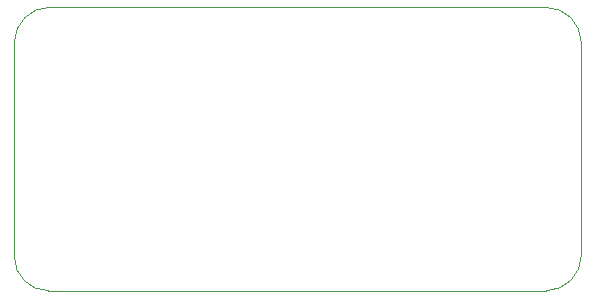
<source format=gbr>
G04*
G04 #@! TF.GenerationSoftware,Altium Limited,Altium Designer,23.0.1 (38)*
G04*
G04 Layer_Color=0*
%FSLAX25Y25*%
%MOIN*%
G70*
G04*
G04 #@! TF.SameCoordinates,C317ACD7-2F99-4A28-9CC3-B5CC64B43C24*
G04*
G04*
G04 #@! TF.FilePolarity,Positive*
G04*
G01*
G75*
%ADD47C,0.00100*%
D47*
X297709Y364058D02*
G02*
X286336Y375432I0J11373D01*
G01*
Y446735D01*
D02*
G02*
X298147Y458546I11811J-0D01*
G01*
X463501Y458546D01*
D02*
G02*
X475312Y446735I-0J-11811D01*
G01*
X475312Y375869D01*
D02*
G02*
X463501Y364058I-11811J-0D01*
G01*
X297709Y364058D01*
M02*

</source>
